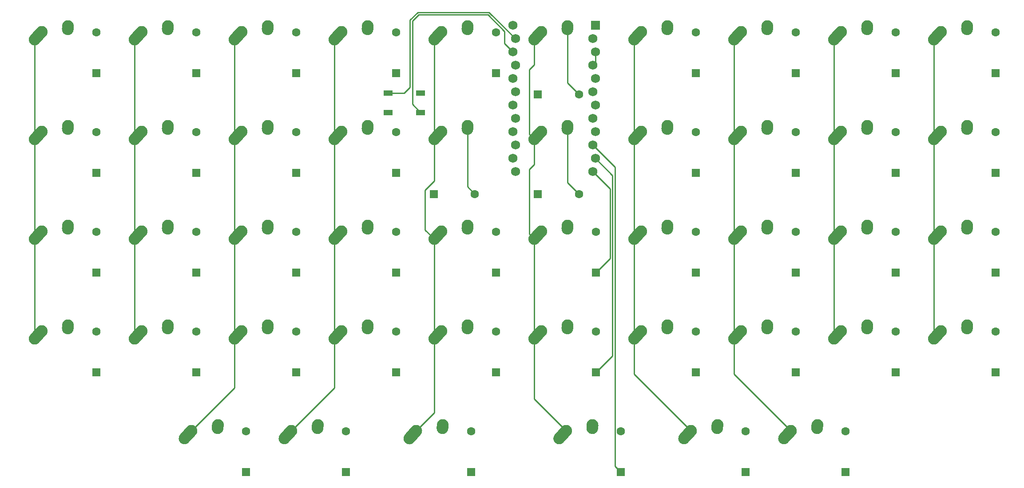
<source format=gtl>
G04 #@! TF.GenerationSoftware,KiCad,Pcbnew,(5.1.12)-1*
G04 #@! TF.CreationDate,2022-09-08T23:58:54-04:00*
G04 #@! TF.ProjectId,my-keeb-pro-micro,6d792d6b-6565-4622-9d70-726f2d6d6963,rev?*
G04 #@! TF.SameCoordinates,Original*
G04 #@! TF.FileFunction,Copper,L1,Top*
G04 #@! TF.FilePolarity,Positive*
%FSLAX46Y46*%
G04 Gerber Fmt 4.6, Leading zero omitted, Abs format (unit mm)*
G04 Created by KiCad (PCBNEW (5.1.12)-1) date 2022-09-08 23:58:54*
%MOMM*%
%LPD*%
G01*
G04 APERTURE LIST*
G04 #@! TA.AperFunction,ComponentPad*
%ADD10R,1.600000X1.600000*%
G04 #@! TD*
G04 #@! TA.AperFunction,ComponentPad*
%ADD11C,1.600000*%
G04 #@! TD*
G04 #@! TA.AperFunction,ComponentPad*
%ADD12C,2.250000*%
G04 #@! TD*
G04 #@! TA.AperFunction,ComponentPad*
%ADD13R,1.752600X1.752600*%
G04 #@! TD*
G04 #@! TA.AperFunction,ComponentPad*
%ADD14C,1.752600*%
G04 #@! TD*
G04 #@! TA.AperFunction,SMDPad,CuDef*
%ADD15R,1.800000X1.100000*%
G04 #@! TD*
G04 #@! TA.AperFunction,Conductor*
%ADD16C,0.254000*%
G04 #@! TD*
G04 APERTURE END LIST*
D10*
X201612500Y-83275000D03*
D11*
X201612500Y-75475000D03*
G04 #@! TA.AperFunction,ComponentPad*
G36*
G01*
X119898483Y-37897395D02*
X119897597Y-37897334D01*
G75*
G02*
X118852666Y-36697597I77403J1122334D01*
G01*
X118892666Y-36117597D01*
G75*
G02*
X120092403Y-35072666I1122334J-77403D01*
G01*
X120092403Y-35072666D01*
G75*
G02*
X121137334Y-36272403I-77403J-1122334D01*
G01*
X121097334Y-36852403D01*
G75*
G02*
X119897597Y-37897334I-1122334J77403D01*
G01*
G37*
G04 #@! TD.AperFunction*
D12*
X120015000Y-36195000D03*
G04 #@! TA.AperFunction,ComponentPad*
G36*
G01*
X112913688Y-39572350D02*
X112913683Y-39572345D01*
G75*
G02*
X112827655Y-37983683I751317J837345D01*
G01*
X114137657Y-36523683D01*
G75*
G02*
X115726319Y-36437655I837345J-751317D01*
G01*
X115726319Y-36437655D01*
G75*
G02*
X115812347Y-38026317I-751317J-837345D01*
G01*
X114502345Y-39486317D01*
G75*
G02*
X112913683Y-39572345I-837345J751317D01*
G01*
G37*
G04 #@! TD.AperFunction*
X114975000Y-37275000D03*
G04 #@! TA.AperFunction,ComponentPad*
G36*
G01*
X124660983Y-95047395D02*
X124660097Y-95047334D01*
G75*
G02*
X123615166Y-93847597I77403J1122334D01*
G01*
X123655166Y-93267597D01*
G75*
G02*
X124854903Y-92222666I1122334J-77403D01*
G01*
X124854903Y-92222666D01*
G75*
G02*
X125899834Y-93422403I-77403J-1122334D01*
G01*
X125859834Y-94002403D01*
G75*
G02*
X124660097Y-95047334I-1122334J77403D01*
G01*
G37*
G04 #@! TD.AperFunction*
X124777500Y-93345000D03*
G04 #@! TA.AperFunction,ComponentPad*
G36*
G01*
X117676188Y-96722350D02*
X117676183Y-96722345D01*
G75*
G02*
X117590155Y-95133683I751317J837345D01*
G01*
X118900157Y-93673683D01*
G75*
G02*
X120488819Y-93587655I837345J-751317D01*
G01*
X120488819Y-93587655D01*
G75*
G02*
X120574847Y-95176317I-751317J-837345D01*
G01*
X119264845Y-96636317D01*
G75*
G02*
X117676183Y-96722345I-837345J751317D01*
G01*
G37*
G04 #@! TD.AperFunction*
X119737500Y-94425000D03*
D13*
X125323600Y-16986250D03*
D14*
X124866400Y-19526250D03*
X125323600Y-22066250D03*
X124866400Y-24606250D03*
X125323600Y-27146250D03*
X124866400Y-29686250D03*
X125323600Y-32226250D03*
X124866400Y-34766250D03*
X125323600Y-37306250D03*
X124866400Y-39846250D03*
X125323600Y-42386250D03*
X110083600Y-44926250D03*
X109626400Y-42386250D03*
X110083600Y-39846250D03*
X109626400Y-37306250D03*
X110083600Y-34766250D03*
X109626400Y-32226250D03*
X110083600Y-29686250D03*
X109626400Y-27146250D03*
X110083600Y-24606250D03*
X109626400Y-22066250D03*
X110083600Y-19526250D03*
X124866400Y-44926250D03*
X109626400Y-16986250D03*
D15*
X92000000Y-33600000D03*
X85800000Y-29900000D03*
X92000000Y-29900000D03*
X85800000Y-33600000D03*
G04 #@! TA.AperFunction,ComponentPad*
G36*
G01*
X196098483Y-75997395D02*
X196097597Y-75997334D01*
G75*
G02*
X195052666Y-74797597I77403J1122334D01*
G01*
X195092666Y-74217597D01*
G75*
G02*
X196292403Y-73172666I1122334J-77403D01*
G01*
X196292403Y-73172666D01*
G75*
G02*
X197337334Y-74372403I-77403J-1122334D01*
G01*
X197297334Y-74952403D01*
G75*
G02*
X196097597Y-75997334I-1122334J77403D01*
G01*
G37*
G04 #@! TD.AperFunction*
D12*
X196215000Y-74295000D03*
G04 #@! TA.AperFunction,ComponentPad*
G36*
G01*
X189113688Y-77672350D02*
X189113683Y-77672345D01*
G75*
G02*
X189027655Y-76083683I751317J837345D01*
G01*
X190337657Y-74623683D01*
G75*
G02*
X191926319Y-74537655I837345J-751317D01*
G01*
X191926319Y-74537655D01*
G75*
G02*
X192012347Y-76126317I-751317J-837345D01*
G01*
X190702345Y-77586317D01*
G75*
G02*
X189113683Y-77672345I-837345J751317D01*
G01*
G37*
G04 #@! TD.AperFunction*
X191175000Y-75375000D03*
G04 #@! TA.AperFunction,ComponentPad*
G36*
G01*
X196098483Y-56947395D02*
X196097597Y-56947334D01*
G75*
G02*
X195052666Y-55747597I77403J1122334D01*
G01*
X195092666Y-55167597D01*
G75*
G02*
X196292403Y-54122666I1122334J-77403D01*
G01*
X196292403Y-54122666D01*
G75*
G02*
X197337334Y-55322403I-77403J-1122334D01*
G01*
X197297334Y-55902403D01*
G75*
G02*
X196097597Y-56947334I-1122334J77403D01*
G01*
G37*
G04 #@! TD.AperFunction*
X196215000Y-55245000D03*
G04 #@! TA.AperFunction,ComponentPad*
G36*
G01*
X189113688Y-58622350D02*
X189113683Y-58622345D01*
G75*
G02*
X189027655Y-57033683I751317J837345D01*
G01*
X190337657Y-55573683D01*
G75*
G02*
X191926319Y-55487655I837345J-751317D01*
G01*
X191926319Y-55487655D01*
G75*
G02*
X192012347Y-57076317I-751317J-837345D01*
G01*
X190702345Y-58536317D01*
G75*
G02*
X189113683Y-58622345I-837345J751317D01*
G01*
G37*
G04 #@! TD.AperFunction*
X191175000Y-56325000D03*
G04 #@! TA.AperFunction,ComponentPad*
G36*
G01*
X196098483Y-37897395D02*
X196097597Y-37897334D01*
G75*
G02*
X195052666Y-36697597I77403J1122334D01*
G01*
X195092666Y-36117597D01*
G75*
G02*
X196292403Y-35072666I1122334J-77403D01*
G01*
X196292403Y-35072666D01*
G75*
G02*
X197337334Y-36272403I-77403J-1122334D01*
G01*
X197297334Y-36852403D01*
G75*
G02*
X196097597Y-37897334I-1122334J77403D01*
G01*
G37*
G04 #@! TD.AperFunction*
X196215000Y-36195000D03*
G04 #@! TA.AperFunction,ComponentPad*
G36*
G01*
X189113688Y-39572350D02*
X189113683Y-39572345D01*
G75*
G02*
X189027655Y-37983683I751317J837345D01*
G01*
X190337657Y-36523683D01*
G75*
G02*
X191926319Y-36437655I837345J-751317D01*
G01*
X191926319Y-36437655D01*
G75*
G02*
X192012347Y-38026317I-751317J-837345D01*
G01*
X190702345Y-39486317D01*
G75*
G02*
X189113683Y-39572345I-837345J751317D01*
G01*
G37*
G04 #@! TD.AperFunction*
X191175000Y-37275000D03*
G04 #@! TA.AperFunction,ComponentPad*
G36*
G01*
X196098483Y-18847395D02*
X196097597Y-18847334D01*
G75*
G02*
X195052666Y-17647597I77403J1122334D01*
G01*
X195092666Y-17067597D01*
G75*
G02*
X196292403Y-16022666I1122334J-77403D01*
G01*
X196292403Y-16022666D01*
G75*
G02*
X197337334Y-17222403I-77403J-1122334D01*
G01*
X197297334Y-17802403D01*
G75*
G02*
X196097597Y-18847334I-1122334J77403D01*
G01*
G37*
G04 #@! TD.AperFunction*
X196215000Y-17145000D03*
G04 #@! TA.AperFunction,ComponentPad*
G36*
G01*
X189113688Y-20522350D02*
X189113683Y-20522345D01*
G75*
G02*
X189027655Y-18933683I751317J837345D01*
G01*
X190337657Y-17473683D01*
G75*
G02*
X191926319Y-17387655I837345J-751317D01*
G01*
X191926319Y-17387655D01*
G75*
G02*
X192012347Y-18976317I-751317J-837345D01*
G01*
X190702345Y-20436317D01*
G75*
G02*
X189113683Y-20522345I-837345J751317D01*
G01*
G37*
G04 #@! TD.AperFunction*
X191175000Y-18225000D03*
G04 #@! TA.AperFunction,ComponentPad*
G36*
G01*
X177048483Y-75997395D02*
X177047597Y-75997334D01*
G75*
G02*
X176002666Y-74797597I77403J1122334D01*
G01*
X176042666Y-74217597D01*
G75*
G02*
X177242403Y-73172666I1122334J-77403D01*
G01*
X177242403Y-73172666D01*
G75*
G02*
X178287334Y-74372403I-77403J-1122334D01*
G01*
X178247334Y-74952403D01*
G75*
G02*
X177047597Y-75997334I-1122334J77403D01*
G01*
G37*
G04 #@! TD.AperFunction*
X177165000Y-74295000D03*
G04 #@! TA.AperFunction,ComponentPad*
G36*
G01*
X170063688Y-77672350D02*
X170063683Y-77672345D01*
G75*
G02*
X169977655Y-76083683I751317J837345D01*
G01*
X171287657Y-74623683D01*
G75*
G02*
X172876319Y-74537655I837345J-751317D01*
G01*
X172876319Y-74537655D01*
G75*
G02*
X172962347Y-76126317I-751317J-837345D01*
G01*
X171652345Y-77586317D01*
G75*
G02*
X170063683Y-77672345I-837345J751317D01*
G01*
G37*
G04 #@! TD.AperFunction*
X172125000Y-75375000D03*
G04 #@! TA.AperFunction,ComponentPad*
G36*
G01*
X177048483Y-56947395D02*
X177047597Y-56947334D01*
G75*
G02*
X176002666Y-55747597I77403J1122334D01*
G01*
X176042666Y-55167597D01*
G75*
G02*
X177242403Y-54122666I1122334J-77403D01*
G01*
X177242403Y-54122666D01*
G75*
G02*
X178287334Y-55322403I-77403J-1122334D01*
G01*
X178247334Y-55902403D01*
G75*
G02*
X177047597Y-56947334I-1122334J77403D01*
G01*
G37*
G04 #@! TD.AperFunction*
X177165000Y-55245000D03*
G04 #@! TA.AperFunction,ComponentPad*
G36*
G01*
X170063688Y-58622350D02*
X170063683Y-58622345D01*
G75*
G02*
X169977655Y-57033683I751317J837345D01*
G01*
X171287657Y-55573683D01*
G75*
G02*
X172876319Y-55487655I837345J-751317D01*
G01*
X172876319Y-55487655D01*
G75*
G02*
X172962347Y-57076317I-751317J-837345D01*
G01*
X171652345Y-58536317D01*
G75*
G02*
X170063683Y-58622345I-837345J751317D01*
G01*
G37*
G04 #@! TD.AperFunction*
X172125000Y-56325000D03*
G04 #@! TA.AperFunction,ComponentPad*
G36*
G01*
X177048483Y-37897395D02*
X177047597Y-37897334D01*
G75*
G02*
X176002666Y-36697597I77403J1122334D01*
G01*
X176042666Y-36117597D01*
G75*
G02*
X177242403Y-35072666I1122334J-77403D01*
G01*
X177242403Y-35072666D01*
G75*
G02*
X178287334Y-36272403I-77403J-1122334D01*
G01*
X178247334Y-36852403D01*
G75*
G02*
X177047597Y-37897334I-1122334J77403D01*
G01*
G37*
G04 #@! TD.AperFunction*
X177165000Y-36195000D03*
G04 #@! TA.AperFunction,ComponentPad*
G36*
G01*
X170063688Y-39572350D02*
X170063683Y-39572345D01*
G75*
G02*
X169977655Y-37983683I751317J837345D01*
G01*
X171287657Y-36523683D01*
G75*
G02*
X172876319Y-36437655I837345J-751317D01*
G01*
X172876319Y-36437655D01*
G75*
G02*
X172962347Y-38026317I-751317J-837345D01*
G01*
X171652345Y-39486317D01*
G75*
G02*
X170063683Y-39572345I-837345J751317D01*
G01*
G37*
G04 #@! TD.AperFunction*
X172125000Y-37275000D03*
G04 #@! TA.AperFunction,ComponentPad*
G36*
G01*
X177048483Y-18847395D02*
X177047597Y-18847334D01*
G75*
G02*
X176002666Y-17647597I77403J1122334D01*
G01*
X176042666Y-17067597D01*
G75*
G02*
X177242403Y-16022666I1122334J-77403D01*
G01*
X177242403Y-16022666D01*
G75*
G02*
X178287334Y-17222403I-77403J-1122334D01*
G01*
X178247334Y-17802403D01*
G75*
G02*
X177047597Y-18847334I-1122334J77403D01*
G01*
G37*
G04 #@! TD.AperFunction*
X177165000Y-17145000D03*
G04 #@! TA.AperFunction,ComponentPad*
G36*
G01*
X170063688Y-20522350D02*
X170063683Y-20522345D01*
G75*
G02*
X169977655Y-18933683I751317J837345D01*
G01*
X171287657Y-17473683D01*
G75*
G02*
X172876319Y-17387655I837345J-751317D01*
G01*
X172876319Y-17387655D01*
G75*
G02*
X172962347Y-18976317I-751317J-837345D01*
G01*
X171652345Y-20436317D01*
G75*
G02*
X170063683Y-20522345I-837345J751317D01*
G01*
G37*
G04 #@! TD.AperFunction*
X172125000Y-18225000D03*
G04 #@! TA.AperFunction,ComponentPad*
G36*
G01*
X167523483Y-95047395D02*
X167522597Y-95047334D01*
G75*
G02*
X166477666Y-93847597I77403J1122334D01*
G01*
X166517666Y-93267597D01*
G75*
G02*
X167717403Y-92222666I1122334J-77403D01*
G01*
X167717403Y-92222666D01*
G75*
G02*
X168762334Y-93422403I-77403J-1122334D01*
G01*
X168722334Y-94002403D01*
G75*
G02*
X167522597Y-95047334I-1122334J77403D01*
G01*
G37*
G04 #@! TD.AperFunction*
X167640000Y-93345000D03*
G04 #@! TA.AperFunction,ComponentPad*
G36*
G01*
X160538688Y-96722350D02*
X160538683Y-96722345D01*
G75*
G02*
X160452655Y-95133683I751317J837345D01*
G01*
X161762657Y-93673683D01*
G75*
G02*
X163351319Y-93587655I837345J-751317D01*
G01*
X163351319Y-93587655D01*
G75*
G02*
X163437347Y-95176317I-751317J-837345D01*
G01*
X162127345Y-96636317D01*
G75*
G02*
X160538683Y-96722345I-837345J751317D01*
G01*
G37*
G04 #@! TD.AperFunction*
X162600000Y-94425000D03*
G04 #@! TA.AperFunction,ComponentPad*
G36*
G01*
X157998483Y-75997395D02*
X157997597Y-75997334D01*
G75*
G02*
X156952666Y-74797597I77403J1122334D01*
G01*
X156992666Y-74217597D01*
G75*
G02*
X158192403Y-73172666I1122334J-77403D01*
G01*
X158192403Y-73172666D01*
G75*
G02*
X159237334Y-74372403I-77403J-1122334D01*
G01*
X159197334Y-74952403D01*
G75*
G02*
X157997597Y-75997334I-1122334J77403D01*
G01*
G37*
G04 #@! TD.AperFunction*
X158115000Y-74295000D03*
G04 #@! TA.AperFunction,ComponentPad*
G36*
G01*
X151013688Y-77672350D02*
X151013683Y-77672345D01*
G75*
G02*
X150927655Y-76083683I751317J837345D01*
G01*
X152237657Y-74623683D01*
G75*
G02*
X153826319Y-74537655I837345J-751317D01*
G01*
X153826319Y-74537655D01*
G75*
G02*
X153912347Y-76126317I-751317J-837345D01*
G01*
X152602345Y-77586317D01*
G75*
G02*
X151013683Y-77672345I-837345J751317D01*
G01*
G37*
G04 #@! TD.AperFunction*
X153075000Y-75375000D03*
G04 #@! TA.AperFunction,ComponentPad*
G36*
G01*
X157998483Y-56947395D02*
X157997597Y-56947334D01*
G75*
G02*
X156952666Y-55747597I77403J1122334D01*
G01*
X156992666Y-55167597D01*
G75*
G02*
X158192403Y-54122666I1122334J-77403D01*
G01*
X158192403Y-54122666D01*
G75*
G02*
X159237334Y-55322403I-77403J-1122334D01*
G01*
X159197334Y-55902403D01*
G75*
G02*
X157997597Y-56947334I-1122334J77403D01*
G01*
G37*
G04 #@! TD.AperFunction*
X158115000Y-55245000D03*
G04 #@! TA.AperFunction,ComponentPad*
G36*
G01*
X151013688Y-58622350D02*
X151013683Y-58622345D01*
G75*
G02*
X150927655Y-57033683I751317J837345D01*
G01*
X152237657Y-55573683D01*
G75*
G02*
X153826319Y-55487655I837345J-751317D01*
G01*
X153826319Y-55487655D01*
G75*
G02*
X153912347Y-57076317I-751317J-837345D01*
G01*
X152602345Y-58536317D01*
G75*
G02*
X151013683Y-58622345I-837345J751317D01*
G01*
G37*
G04 #@! TD.AperFunction*
X153075000Y-56325000D03*
G04 #@! TA.AperFunction,ComponentPad*
G36*
G01*
X157998483Y-37897395D02*
X157997597Y-37897334D01*
G75*
G02*
X156952666Y-36697597I77403J1122334D01*
G01*
X156992666Y-36117597D01*
G75*
G02*
X158192403Y-35072666I1122334J-77403D01*
G01*
X158192403Y-35072666D01*
G75*
G02*
X159237334Y-36272403I-77403J-1122334D01*
G01*
X159197334Y-36852403D01*
G75*
G02*
X157997597Y-37897334I-1122334J77403D01*
G01*
G37*
G04 #@! TD.AperFunction*
X158115000Y-36195000D03*
G04 #@! TA.AperFunction,ComponentPad*
G36*
G01*
X151013688Y-39572350D02*
X151013683Y-39572345D01*
G75*
G02*
X150927655Y-37983683I751317J837345D01*
G01*
X152237657Y-36523683D01*
G75*
G02*
X153826319Y-36437655I837345J-751317D01*
G01*
X153826319Y-36437655D01*
G75*
G02*
X153912347Y-38026317I-751317J-837345D01*
G01*
X152602345Y-39486317D01*
G75*
G02*
X151013683Y-39572345I-837345J751317D01*
G01*
G37*
G04 #@! TD.AperFunction*
X153075000Y-37275000D03*
G04 #@! TA.AperFunction,ComponentPad*
G36*
G01*
X157998483Y-18847395D02*
X157997597Y-18847334D01*
G75*
G02*
X156952666Y-17647597I77403J1122334D01*
G01*
X156992666Y-17067597D01*
G75*
G02*
X158192403Y-16022666I1122334J-77403D01*
G01*
X158192403Y-16022666D01*
G75*
G02*
X159237334Y-17222403I-77403J-1122334D01*
G01*
X159197334Y-17802403D01*
G75*
G02*
X157997597Y-18847334I-1122334J77403D01*
G01*
G37*
G04 #@! TD.AperFunction*
X158115000Y-17145000D03*
G04 #@! TA.AperFunction,ComponentPad*
G36*
G01*
X151013688Y-20522350D02*
X151013683Y-20522345D01*
G75*
G02*
X150927655Y-18933683I751317J837345D01*
G01*
X152237657Y-17473683D01*
G75*
G02*
X153826319Y-17387655I837345J-751317D01*
G01*
X153826319Y-17387655D01*
G75*
G02*
X153912347Y-18976317I-751317J-837345D01*
G01*
X152602345Y-20436317D01*
G75*
G02*
X151013683Y-20522345I-837345J751317D01*
G01*
G37*
G04 #@! TD.AperFunction*
X153075000Y-18225000D03*
G04 #@! TA.AperFunction,ComponentPad*
G36*
G01*
X148473483Y-95047395D02*
X148472597Y-95047334D01*
G75*
G02*
X147427666Y-93847597I77403J1122334D01*
G01*
X147467666Y-93267597D01*
G75*
G02*
X148667403Y-92222666I1122334J-77403D01*
G01*
X148667403Y-92222666D01*
G75*
G02*
X149712334Y-93422403I-77403J-1122334D01*
G01*
X149672334Y-94002403D01*
G75*
G02*
X148472597Y-95047334I-1122334J77403D01*
G01*
G37*
G04 #@! TD.AperFunction*
X148590000Y-93345000D03*
G04 #@! TA.AperFunction,ComponentPad*
G36*
G01*
X141488688Y-96722350D02*
X141488683Y-96722345D01*
G75*
G02*
X141402655Y-95133683I751317J837345D01*
G01*
X142712657Y-93673683D01*
G75*
G02*
X144301319Y-93587655I837345J-751317D01*
G01*
X144301319Y-93587655D01*
G75*
G02*
X144387347Y-95176317I-751317J-837345D01*
G01*
X143077345Y-96636317D01*
G75*
G02*
X141488683Y-96722345I-837345J751317D01*
G01*
G37*
G04 #@! TD.AperFunction*
X143550000Y-94425000D03*
G04 #@! TA.AperFunction,ComponentPad*
G36*
G01*
X138948483Y-75997395D02*
X138947597Y-75997334D01*
G75*
G02*
X137902666Y-74797597I77403J1122334D01*
G01*
X137942666Y-74217597D01*
G75*
G02*
X139142403Y-73172666I1122334J-77403D01*
G01*
X139142403Y-73172666D01*
G75*
G02*
X140187334Y-74372403I-77403J-1122334D01*
G01*
X140147334Y-74952403D01*
G75*
G02*
X138947597Y-75997334I-1122334J77403D01*
G01*
G37*
G04 #@! TD.AperFunction*
X139065000Y-74295000D03*
G04 #@! TA.AperFunction,ComponentPad*
G36*
G01*
X131963688Y-77672350D02*
X131963683Y-77672345D01*
G75*
G02*
X131877655Y-76083683I751317J837345D01*
G01*
X133187657Y-74623683D01*
G75*
G02*
X134776319Y-74537655I837345J-751317D01*
G01*
X134776319Y-74537655D01*
G75*
G02*
X134862347Y-76126317I-751317J-837345D01*
G01*
X133552345Y-77586317D01*
G75*
G02*
X131963683Y-77672345I-837345J751317D01*
G01*
G37*
G04 #@! TD.AperFunction*
X134025000Y-75375000D03*
G04 #@! TA.AperFunction,ComponentPad*
G36*
G01*
X138948483Y-56947395D02*
X138947597Y-56947334D01*
G75*
G02*
X137902666Y-55747597I77403J1122334D01*
G01*
X137942666Y-55167597D01*
G75*
G02*
X139142403Y-54122666I1122334J-77403D01*
G01*
X139142403Y-54122666D01*
G75*
G02*
X140187334Y-55322403I-77403J-1122334D01*
G01*
X140147334Y-55902403D01*
G75*
G02*
X138947597Y-56947334I-1122334J77403D01*
G01*
G37*
G04 #@! TD.AperFunction*
X139065000Y-55245000D03*
G04 #@! TA.AperFunction,ComponentPad*
G36*
G01*
X131963688Y-58622350D02*
X131963683Y-58622345D01*
G75*
G02*
X131877655Y-57033683I751317J837345D01*
G01*
X133187657Y-55573683D01*
G75*
G02*
X134776319Y-55487655I837345J-751317D01*
G01*
X134776319Y-55487655D01*
G75*
G02*
X134862347Y-57076317I-751317J-837345D01*
G01*
X133552345Y-58536317D01*
G75*
G02*
X131963683Y-58622345I-837345J751317D01*
G01*
G37*
G04 #@! TD.AperFunction*
X134025000Y-56325000D03*
G04 #@! TA.AperFunction,ComponentPad*
G36*
G01*
X138948483Y-37897395D02*
X138947597Y-37897334D01*
G75*
G02*
X137902666Y-36697597I77403J1122334D01*
G01*
X137942666Y-36117597D01*
G75*
G02*
X139142403Y-35072666I1122334J-77403D01*
G01*
X139142403Y-35072666D01*
G75*
G02*
X140187334Y-36272403I-77403J-1122334D01*
G01*
X140147334Y-36852403D01*
G75*
G02*
X138947597Y-37897334I-1122334J77403D01*
G01*
G37*
G04 #@! TD.AperFunction*
X139065000Y-36195000D03*
G04 #@! TA.AperFunction,ComponentPad*
G36*
G01*
X131963688Y-39572350D02*
X131963683Y-39572345D01*
G75*
G02*
X131877655Y-37983683I751317J837345D01*
G01*
X133187657Y-36523683D01*
G75*
G02*
X134776319Y-36437655I837345J-751317D01*
G01*
X134776319Y-36437655D01*
G75*
G02*
X134862347Y-38026317I-751317J-837345D01*
G01*
X133552345Y-39486317D01*
G75*
G02*
X131963683Y-39572345I-837345J751317D01*
G01*
G37*
G04 #@! TD.AperFunction*
X134025000Y-37275000D03*
G04 #@! TA.AperFunction,ComponentPad*
G36*
G01*
X138948483Y-18847395D02*
X138947597Y-18847334D01*
G75*
G02*
X137902666Y-17647597I77403J1122334D01*
G01*
X137942666Y-17067597D01*
G75*
G02*
X139142403Y-16022666I1122334J-77403D01*
G01*
X139142403Y-16022666D01*
G75*
G02*
X140187334Y-17222403I-77403J-1122334D01*
G01*
X140147334Y-17802403D01*
G75*
G02*
X138947597Y-18847334I-1122334J77403D01*
G01*
G37*
G04 #@! TD.AperFunction*
X139065000Y-17145000D03*
G04 #@! TA.AperFunction,ComponentPad*
G36*
G01*
X131963688Y-20522350D02*
X131963683Y-20522345D01*
G75*
G02*
X131877655Y-18933683I751317J837345D01*
G01*
X133187657Y-17473683D01*
G75*
G02*
X134776319Y-17387655I837345J-751317D01*
G01*
X134776319Y-17387655D01*
G75*
G02*
X134862347Y-18976317I-751317J-837345D01*
G01*
X133552345Y-20436317D01*
G75*
G02*
X131963683Y-20522345I-837345J751317D01*
G01*
G37*
G04 #@! TD.AperFunction*
X134025000Y-18225000D03*
G04 #@! TA.AperFunction,ComponentPad*
G36*
G01*
X119898483Y-75997395D02*
X119897597Y-75997334D01*
G75*
G02*
X118852666Y-74797597I77403J1122334D01*
G01*
X118892666Y-74217597D01*
G75*
G02*
X120092403Y-73172666I1122334J-77403D01*
G01*
X120092403Y-73172666D01*
G75*
G02*
X121137334Y-74372403I-77403J-1122334D01*
G01*
X121097334Y-74952403D01*
G75*
G02*
X119897597Y-75997334I-1122334J77403D01*
G01*
G37*
G04 #@! TD.AperFunction*
X120015000Y-74295000D03*
G04 #@! TA.AperFunction,ComponentPad*
G36*
G01*
X112913688Y-77672350D02*
X112913683Y-77672345D01*
G75*
G02*
X112827655Y-76083683I751317J837345D01*
G01*
X114137657Y-74623683D01*
G75*
G02*
X115726319Y-74537655I837345J-751317D01*
G01*
X115726319Y-74537655D01*
G75*
G02*
X115812347Y-76126317I-751317J-837345D01*
G01*
X114502345Y-77586317D01*
G75*
G02*
X112913683Y-77672345I-837345J751317D01*
G01*
G37*
G04 #@! TD.AperFunction*
X114975000Y-75375000D03*
G04 #@! TA.AperFunction,ComponentPad*
G36*
G01*
X119898483Y-56947395D02*
X119897597Y-56947334D01*
G75*
G02*
X118852666Y-55747597I77403J1122334D01*
G01*
X118892666Y-55167597D01*
G75*
G02*
X120092403Y-54122666I1122334J-77403D01*
G01*
X120092403Y-54122666D01*
G75*
G02*
X121137334Y-55322403I-77403J-1122334D01*
G01*
X121097334Y-55902403D01*
G75*
G02*
X119897597Y-56947334I-1122334J77403D01*
G01*
G37*
G04 #@! TD.AperFunction*
X120015000Y-55245000D03*
G04 #@! TA.AperFunction,ComponentPad*
G36*
G01*
X112913688Y-58622350D02*
X112913683Y-58622345D01*
G75*
G02*
X112827655Y-57033683I751317J837345D01*
G01*
X114137657Y-55573683D01*
G75*
G02*
X115726319Y-55487655I837345J-751317D01*
G01*
X115726319Y-55487655D01*
G75*
G02*
X115812347Y-57076317I-751317J-837345D01*
G01*
X114502345Y-58536317D01*
G75*
G02*
X112913683Y-58622345I-837345J751317D01*
G01*
G37*
G04 #@! TD.AperFunction*
X114975000Y-56325000D03*
G04 #@! TA.AperFunction,ComponentPad*
G36*
G01*
X119898483Y-18847395D02*
X119897597Y-18847334D01*
G75*
G02*
X118852666Y-17647597I77403J1122334D01*
G01*
X118892666Y-17067597D01*
G75*
G02*
X120092403Y-16022666I1122334J-77403D01*
G01*
X120092403Y-16022666D01*
G75*
G02*
X121137334Y-17222403I-77403J-1122334D01*
G01*
X121097334Y-17802403D01*
G75*
G02*
X119897597Y-18847334I-1122334J77403D01*
G01*
G37*
G04 #@! TD.AperFunction*
X120015000Y-17145000D03*
G04 #@! TA.AperFunction,ComponentPad*
G36*
G01*
X112913688Y-20522350D02*
X112913683Y-20522345D01*
G75*
G02*
X112827655Y-18933683I751317J837345D01*
G01*
X114137657Y-17473683D01*
G75*
G02*
X115726319Y-17387655I837345J-751317D01*
G01*
X115726319Y-17387655D01*
G75*
G02*
X115812347Y-18976317I-751317J-837345D01*
G01*
X114502345Y-20436317D01*
G75*
G02*
X112913683Y-20522345I-837345J751317D01*
G01*
G37*
G04 #@! TD.AperFunction*
X114975000Y-18225000D03*
G04 #@! TA.AperFunction,ComponentPad*
G36*
G01*
X96085983Y-95047395D02*
X96085097Y-95047334D01*
G75*
G02*
X95040166Y-93847597I77403J1122334D01*
G01*
X95080166Y-93267597D01*
G75*
G02*
X96279903Y-92222666I1122334J-77403D01*
G01*
X96279903Y-92222666D01*
G75*
G02*
X97324834Y-93422403I-77403J-1122334D01*
G01*
X97284834Y-94002403D01*
G75*
G02*
X96085097Y-95047334I-1122334J77403D01*
G01*
G37*
G04 #@! TD.AperFunction*
X96202500Y-93345000D03*
G04 #@! TA.AperFunction,ComponentPad*
G36*
G01*
X89101188Y-96722350D02*
X89101183Y-96722345D01*
G75*
G02*
X89015155Y-95133683I751317J837345D01*
G01*
X90325157Y-93673683D01*
G75*
G02*
X91913819Y-93587655I837345J-751317D01*
G01*
X91913819Y-93587655D01*
G75*
G02*
X91999847Y-95176317I-751317J-837345D01*
G01*
X90689845Y-96636317D01*
G75*
G02*
X89101183Y-96722345I-837345J751317D01*
G01*
G37*
G04 #@! TD.AperFunction*
X91162500Y-94425000D03*
G04 #@! TA.AperFunction,ComponentPad*
G36*
G01*
X100848483Y-75997395D02*
X100847597Y-75997334D01*
G75*
G02*
X99802666Y-74797597I77403J1122334D01*
G01*
X99842666Y-74217597D01*
G75*
G02*
X101042403Y-73172666I1122334J-77403D01*
G01*
X101042403Y-73172666D01*
G75*
G02*
X102087334Y-74372403I-77403J-1122334D01*
G01*
X102047334Y-74952403D01*
G75*
G02*
X100847597Y-75997334I-1122334J77403D01*
G01*
G37*
G04 #@! TD.AperFunction*
X100965000Y-74295000D03*
G04 #@! TA.AperFunction,ComponentPad*
G36*
G01*
X93863688Y-77672350D02*
X93863683Y-77672345D01*
G75*
G02*
X93777655Y-76083683I751317J837345D01*
G01*
X95087657Y-74623683D01*
G75*
G02*
X96676319Y-74537655I837345J-751317D01*
G01*
X96676319Y-74537655D01*
G75*
G02*
X96762347Y-76126317I-751317J-837345D01*
G01*
X95452345Y-77586317D01*
G75*
G02*
X93863683Y-77672345I-837345J751317D01*
G01*
G37*
G04 #@! TD.AperFunction*
X95925000Y-75375000D03*
G04 #@! TA.AperFunction,ComponentPad*
G36*
G01*
X100848483Y-56947395D02*
X100847597Y-56947334D01*
G75*
G02*
X99802666Y-55747597I77403J1122334D01*
G01*
X99842666Y-55167597D01*
G75*
G02*
X101042403Y-54122666I1122334J-77403D01*
G01*
X101042403Y-54122666D01*
G75*
G02*
X102087334Y-55322403I-77403J-1122334D01*
G01*
X102047334Y-55902403D01*
G75*
G02*
X100847597Y-56947334I-1122334J77403D01*
G01*
G37*
G04 #@! TD.AperFunction*
X100965000Y-55245000D03*
G04 #@! TA.AperFunction,ComponentPad*
G36*
G01*
X93863688Y-58622350D02*
X93863683Y-58622345D01*
G75*
G02*
X93777655Y-57033683I751317J837345D01*
G01*
X95087657Y-55573683D01*
G75*
G02*
X96676319Y-55487655I837345J-751317D01*
G01*
X96676319Y-55487655D01*
G75*
G02*
X96762347Y-57076317I-751317J-837345D01*
G01*
X95452345Y-58536317D01*
G75*
G02*
X93863683Y-58622345I-837345J751317D01*
G01*
G37*
G04 #@! TD.AperFunction*
X95925000Y-56325000D03*
G04 #@! TA.AperFunction,ComponentPad*
G36*
G01*
X100848483Y-37897395D02*
X100847597Y-37897334D01*
G75*
G02*
X99802666Y-36697597I77403J1122334D01*
G01*
X99842666Y-36117597D01*
G75*
G02*
X101042403Y-35072666I1122334J-77403D01*
G01*
X101042403Y-35072666D01*
G75*
G02*
X102087334Y-36272403I-77403J-1122334D01*
G01*
X102047334Y-36852403D01*
G75*
G02*
X100847597Y-37897334I-1122334J77403D01*
G01*
G37*
G04 #@! TD.AperFunction*
X100965000Y-36195000D03*
G04 #@! TA.AperFunction,ComponentPad*
G36*
G01*
X93863688Y-39572350D02*
X93863683Y-39572345D01*
G75*
G02*
X93777655Y-37983683I751317J837345D01*
G01*
X95087657Y-36523683D01*
G75*
G02*
X96676319Y-36437655I837345J-751317D01*
G01*
X96676319Y-36437655D01*
G75*
G02*
X96762347Y-38026317I-751317J-837345D01*
G01*
X95452345Y-39486317D01*
G75*
G02*
X93863683Y-39572345I-837345J751317D01*
G01*
G37*
G04 #@! TD.AperFunction*
X95925000Y-37275000D03*
G04 #@! TA.AperFunction,ComponentPad*
G36*
G01*
X100848483Y-18847395D02*
X100847597Y-18847334D01*
G75*
G02*
X99802666Y-17647597I77403J1122334D01*
G01*
X99842666Y-17067597D01*
G75*
G02*
X101042403Y-16022666I1122334J-77403D01*
G01*
X101042403Y-16022666D01*
G75*
G02*
X102087334Y-17222403I-77403J-1122334D01*
G01*
X102047334Y-17802403D01*
G75*
G02*
X100847597Y-18847334I-1122334J77403D01*
G01*
G37*
G04 #@! TD.AperFunction*
X100965000Y-17145000D03*
G04 #@! TA.AperFunction,ComponentPad*
G36*
G01*
X93863688Y-20522350D02*
X93863683Y-20522345D01*
G75*
G02*
X93777655Y-18933683I751317J837345D01*
G01*
X95087657Y-17473683D01*
G75*
G02*
X96676319Y-17387655I837345J-751317D01*
G01*
X96676319Y-17387655D01*
G75*
G02*
X96762347Y-18976317I-751317J-837345D01*
G01*
X95452345Y-20436317D01*
G75*
G02*
X93863683Y-20522345I-837345J751317D01*
G01*
G37*
G04 #@! TD.AperFunction*
X95925000Y-18225000D03*
G04 #@! TA.AperFunction,ComponentPad*
G36*
G01*
X72273483Y-95047395D02*
X72272597Y-95047334D01*
G75*
G02*
X71227666Y-93847597I77403J1122334D01*
G01*
X71267666Y-93267597D01*
G75*
G02*
X72467403Y-92222666I1122334J-77403D01*
G01*
X72467403Y-92222666D01*
G75*
G02*
X73512334Y-93422403I-77403J-1122334D01*
G01*
X73472334Y-94002403D01*
G75*
G02*
X72272597Y-95047334I-1122334J77403D01*
G01*
G37*
G04 #@! TD.AperFunction*
X72390000Y-93345000D03*
G04 #@! TA.AperFunction,ComponentPad*
G36*
G01*
X65288688Y-96722350D02*
X65288683Y-96722345D01*
G75*
G02*
X65202655Y-95133683I751317J837345D01*
G01*
X66512657Y-93673683D01*
G75*
G02*
X68101319Y-93587655I837345J-751317D01*
G01*
X68101319Y-93587655D01*
G75*
G02*
X68187347Y-95176317I-751317J-837345D01*
G01*
X66877345Y-96636317D01*
G75*
G02*
X65288683Y-96722345I-837345J751317D01*
G01*
G37*
G04 #@! TD.AperFunction*
X67350000Y-94425000D03*
G04 #@! TA.AperFunction,ComponentPad*
G36*
G01*
X81798483Y-75997395D02*
X81797597Y-75997334D01*
G75*
G02*
X80752666Y-74797597I77403J1122334D01*
G01*
X80792666Y-74217597D01*
G75*
G02*
X81992403Y-73172666I1122334J-77403D01*
G01*
X81992403Y-73172666D01*
G75*
G02*
X83037334Y-74372403I-77403J-1122334D01*
G01*
X82997334Y-74952403D01*
G75*
G02*
X81797597Y-75997334I-1122334J77403D01*
G01*
G37*
G04 #@! TD.AperFunction*
X81915000Y-74295000D03*
G04 #@! TA.AperFunction,ComponentPad*
G36*
G01*
X74813688Y-77672350D02*
X74813683Y-77672345D01*
G75*
G02*
X74727655Y-76083683I751317J837345D01*
G01*
X76037657Y-74623683D01*
G75*
G02*
X77626319Y-74537655I837345J-751317D01*
G01*
X77626319Y-74537655D01*
G75*
G02*
X77712347Y-76126317I-751317J-837345D01*
G01*
X76402345Y-77586317D01*
G75*
G02*
X74813683Y-77672345I-837345J751317D01*
G01*
G37*
G04 #@! TD.AperFunction*
X76875000Y-75375000D03*
G04 #@! TA.AperFunction,ComponentPad*
G36*
G01*
X81798483Y-56947395D02*
X81797597Y-56947334D01*
G75*
G02*
X80752666Y-55747597I77403J1122334D01*
G01*
X80792666Y-55167597D01*
G75*
G02*
X81992403Y-54122666I1122334J-77403D01*
G01*
X81992403Y-54122666D01*
G75*
G02*
X83037334Y-55322403I-77403J-1122334D01*
G01*
X82997334Y-55902403D01*
G75*
G02*
X81797597Y-56947334I-1122334J77403D01*
G01*
G37*
G04 #@! TD.AperFunction*
X81915000Y-55245000D03*
G04 #@! TA.AperFunction,ComponentPad*
G36*
G01*
X74813688Y-58622350D02*
X74813683Y-58622345D01*
G75*
G02*
X74727655Y-57033683I751317J837345D01*
G01*
X76037657Y-55573683D01*
G75*
G02*
X77626319Y-55487655I837345J-751317D01*
G01*
X77626319Y-55487655D01*
G75*
G02*
X77712347Y-57076317I-751317J-837345D01*
G01*
X76402345Y-58536317D01*
G75*
G02*
X74813683Y-58622345I-837345J751317D01*
G01*
G37*
G04 #@! TD.AperFunction*
X76875000Y-56325000D03*
G04 #@! TA.AperFunction,ComponentPad*
G36*
G01*
X81798483Y-37897395D02*
X81797597Y-37897334D01*
G75*
G02*
X80752666Y-36697597I77403J1122334D01*
G01*
X80792666Y-36117597D01*
G75*
G02*
X81992403Y-35072666I1122334J-77403D01*
G01*
X81992403Y-35072666D01*
G75*
G02*
X83037334Y-36272403I-77403J-1122334D01*
G01*
X82997334Y-36852403D01*
G75*
G02*
X81797597Y-37897334I-1122334J77403D01*
G01*
G37*
G04 #@! TD.AperFunction*
X81915000Y-36195000D03*
G04 #@! TA.AperFunction,ComponentPad*
G36*
G01*
X74813688Y-39572350D02*
X74813683Y-39572345D01*
G75*
G02*
X74727655Y-37983683I751317J837345D01*
G01*
X76037657Y-36523683D01*
G75*
G02*
X77626319Y-36437655I837345J-751317D01*
G01*
X77626319Y-36437655D01*
G75*
G02*
X77712347Y-38026317I-751317J-837345D01*
G01*
X76402345Y-39486317D01*
G75*
G02*
X74813683Y-39572345I-837345J751317D01*
G01*
G37*
G04 #@! TD.AperFunction*
X76875000Y-37275000D03*
G04 #@! TA.AperFunction,ComponentPad*
G36*
G01*
X81798483Y-18847395D02*
X81797597Y-18847334D01*
G75*
G02*
X80752666Y-17647597I77403J1122334D01*
G01*
X80792666Y-17067597D01*
G75*
G02*
X81992403Y-16022666I1122334J-77403D01*
G01*
X81992403Y-16022666D01*
G75*
G02*
X83037334Y-17222403I-77403J-1122334D01*
G01*
X82997334Y-17802403D01*
G75*
G02*
X81797597Y-18847334I-1122334J77403D01*
G01*
G37*
G04 #@! TD.AperFunction*
X81915000Y-17145000D03*
G04 #@! TA.AperFunction,ComponentPad*
G36*
G01*
X74813688Y-20522350D02*
X74813683Y-20522345D01*
G75*
G02*
X74727655Y-18933683I751317J837345D01*
G01*
X76037657Y-17473683D01*
G75*
G02*
X77626319Y-17387655I837345J-751317D01*
G01*
X77626319Y-17387655D01*
G75*
G02*
X77712347Y-18976317I-751317J-837345D01*
G01*
X76402345Y-20436317D01*
G75*
G02*
X74813683Y-20522345I-837345J751317D01*
G01*
G37*
G04 #@! TD.AperFunction*
X76875000Y-18225000D03*
G04 #@! TA.AperFunction,ComponentPad*
G36*
G01*
X53223483Y-95047395D02*
X53222597Y-95047334D01*
G75*
G02*
X52177666Y-93847597I77403J1122334D01*
G01*
X52217666Y-93267597D01*
G75*
G02*
X53417403Y-92222666I1122334J-77403D01*
G01*
X53417403Y-92222666D01*
G75*
G02*
X54462334Y-93422403I-77403J-1122334D01*
G01*
X54422334Y-94002403D01*
G75*
G02*
X53222597Y-95047334I-1122334J77403D01*
G01*
G37*
G04 #@! TD.AperFunction*
X53340000Y-93345000D03*
G04 #@! TA.AperFunction,ComponentPad*
G36*
G01*
X46238688Y-96722350D02*
X46238683Y-96722345D01*
G75*
G02*
X46152655Y-95133683I751317J837345D01*
G01*
X47462657Y-93673683D01*
G75*
G02*
X49051319Y-93587655I837345J-751317D01*
G01*
X49051319Y-93587655D01*
G75*
G02*
X49137347Y-95176317I-751317J-837345D01*
G01*
X47827345Y-96636317D01*
G75*
G02*
X46238683Y-96722345I-837345J751317D01*
G01*
G37*
G04 #@! TD.AperFunction*
X48300000Y-94425000D03*
G04 #@! TA.AperFunction,ComponentPad*
G36*
G01*
X62748483Y-75997395D02*
X62747597Y-75997334D01*
G75*
G02*
X61702666Y-74797597I77403J1122334D01*
G01*
X61742666Y-74217597D01*
G75*
G02*
X62942403Y-73172666I1122334J-77403D01*
G01*
X62942403Y-73172666D01*
G75*
G02*
X63987334Y-74372403I-77403J-1122334D01*
G01*
X63947334Y-74952403D01*
G75*
G02*
X62747597Y-75997334I-1122334J77403D01*
G01*
G37*
G04 #@! TD.AperFunction*
X62865000Y-74295000D03*
G04 #@! TA.AperFunction,ComponentPad*
G36*
G01*
X55763688Y-77672350D02*
X55763683Y-77672345D01*
G75*
G02*
X55677655Y-76083683I751317J837345D01*
G01*
X56987657Y-74623683D01*
G75*
G02*
X58576319Y-74537655I837345J-751317D01*
G01*
X58576319Y-74537655D01*
G75*
G02*
X58662347Y-76126317I-751317J-837345D01*
G01*
X57352345Y-77586317D01*
G75*
G02*
X55763683Y-77672345I-837345J751317D01*
G01*
G37*
G04 #@! TD.AperFunction*
X57825000Y-75375000D03*
G04 #@! TA.AperFunction,ComponentPad*
G36*
G01*
X62748483Y-56947395D02*
X62747597Y-56947334D01*
G75*
G02*
X61702666Y-55747597I77403J1122334D01*
G01*
X61742666Y-55167597D01*
G75*
G02*
X62942403Y-54122666I1122334J-77403D01*
G01*
X62942403Y-54122666D01*
G75*
G02*
X63987334Y-55322403I-77403J-1122334D01*
G01*
X63947334Y-55902403D01*
G75*
G02*
X62747597Y-56947334I-1122334J77403D01*
G01*
G37*
G04 #@! TD.AperFunction*
X62865000Y-55245000D03*
G04 #@! TA.AperFunction,ComponentPad*
G36*
G01*
X55763688Y-58622350D02*
X55763683Y-58622345D01*
G75*
G02*
X55677655Y-57033683I751317J837345D01*
G01*
X56987657Y-55573683D01*
G75*
G02*
X58576319Y-55487655I837345J-751317D01*
G01*
X58576319Y-55487655D01*
G75*
G02*
X58662347Y-57076317I-751317J-837345D01*
G01*
X57352345Y-58536317D01*
G75*
G02*
X55763683Y-58622345I-837345J751317D01*
G01*
G37*
G04 #@! TD.AperFunction*
X57825000Y-56325000D03*
G04 #@! TA.AperFunction,ComponentPad*
G36*
G01*
X62748483Y-37897395D02*
X62747597Y-37897334D01*
G75*
G02*
X61702666Y-36697597I77403J1122334D01*
G01*
X61742666Y-36117597D01*
G75*
G02*
X62942403Y-35072666I1122334J-77403D01*
G01*
X62942403Y-35072666D01*
G75*
G02*
X63987334Y-36272403I-77403J-1122334D01*
G01*
X63947334Y-36852403D01*
G75*
G02*
X62747597Y-37897334I-1122334J77403D01*
G01*
G37*
G04 #@! TD.AperFunction*
X62865000Y-36195000D03*
G04 #@! TA.AperFunction,ComponentPad*
G36*
G01*
X55763688Y-39572350D02*
X55763683Y-39572345D01*
G75*
G02*
X55677655Y-37983683I751317J837345D01*
G01*
X56987657Y-36523683D01*
G75*
G02*
X58576319Y-36437655I837345J-751317D01*
G01*
X58576319Y-36437655D01*
G75*
G02*
X58662347Y-38026317I-751317J-837345D01*
G01*
X57352345Y-39486317D01*
G75*
G02*
X55763683Y-39572345I-837345J751317D01*
G01*
G37*
G04 #@! TD.AperFunction*
X57825000Y-37275000D03*
G04 #@! TA.AperFunction,ComponentPad*
G36*
G01*
X62748483Y-18847395D02*
X62747597Y-18847334D01*
G75*
G02*
X61702666Y-17647597I77403J1122334D01*
G01*
X61742666Y-17067597D01*
G75*
G02*
X62942403Y-16022666I1122334J-77403D01*
G01*
X62942403Y-16022666D01*
G75*
G02*
X63987334Y-17222403I-77403J-1122334D01*
G01*
X63947334Y-17802403D01*
G75*
G02*
X62747597Y-18847334I-1122334J77403D01*
G01*
G37*
G04 #@! TD.AperFunction*
X62865000Y-17145000D03*
G04 #@! TA.AperFunction,ComponentPad*
G36*
G01*
X55763688Y-20522350D02*
X55763683Y-20522345D01*
G75*
G02*
X55677655Y-18933683I751317J837345D01*
G01*
X56987657Y-17473683D01*
G75*
G02*
X58576319Y-17387655I837345J-751317D01*
G01*
X58576319Y-17387655D01*
G75*
G02*
X58662347Y-18976317I-751317J-837345D01*
G01*
X57352345Y-20436317D01*
G75*
G02*
X55763683Y-20522345I-837345J751317D01*
G01*
G37*
G04 #@! TD.AperFunction*
X57825000Y-18225000D03*
G04 #@! TA.AperFunction,ComponentPad*
G36*
G01*
X43698483Y-75997395D02*
X43697597Y-75997334D01*
G75*
G02*
X42652666Y-74797597I77403J1122334D01*
G01*
X42692666Y-74217597D01*
G75*
G02*
X43892403Y-73172666I1122334J-77403D01*
G01*
X43892403Y-73172666D01*
G75*
G02*
X44937334Y-74372403I-77403J-1122334D01*
G01*
X44897334Y-74952403D01*
G75*
G02*
X43697597Y-75997334I-1122334J77403D01*
G01*
G37*
G04 #@! TD.AperFunction*
X43815000Y-74295000D03*
G04 #@! TA.AperFunction,ComponentPad*
G36*
G01*
X36713688Y-77672350D02*
X36713683Y-77672345D01*
G75*
G02*
X36627655Y-76083683I751317J837345D01*
G01*
X37937657Y-74623683D01*
G75*
G02*
X39526319Y-74537655I837345J-751317D01*
G01*
X39526319Y-74537655D01*
G75*
G02*
X39612347Y-76126317I-751317J-837345D01*
G01*
X38302345Y-77586317D01*
G75*
G02*
X36713683Y-77672345I-837345J751317D01*
G01*
G37*
G04 #@! TD.AperFunction*
X38775000Y-75375000D03*
G04 #@! TA.AperFunction,ComponentPad*
G36*
G01*
X43698483Y-56947395D02*
X43697597Y-56947334D01*
G75*
G02*
X42652666Y-55747597I77403J1122334D01*
G01*
X42692666Y-55167597D01*
G75*
G02*
X43892403Y-54122666I1122334J-77403D01*
G01*
X43892403Y-54122666D01*
G75*
G02*
X44937334Y-55322403I-77403J-1122334D01*
G01*
X44897334Y-55902403D01*
G75*
G02*
X43697597Y-56947334I-1122334J77403D01*
G01*
G37*
G04 #@! TD.AperFunction*
X43815000Y-55245000D03*
G04 #@! TA.AperFunction,ComponentPad*
G36*
G01*
X36713688Y-58622350D02*
X36713683Y-58622345D01*
G75*
G02*
X36627655Y-57033683I751317J837345D01*
G01*
X37937657Y-55573683D01*
G75*
G02*
X39526319Y-55487655I837345J-751317D01*
G01*
X39526319Y-55487655D01*
G75*
G02*
X39612347Y-57076317I-751317J-837345D01*
G01*
X38302345Y-58536317D01*
G75*
G02*
X36713683Y-58622345I-837345J751317D01*
G01*
G37*
G04 #@! TD.AperFunction*
X38775000Y-56325000D03*
G04 #@! TA.AperFunction,ComponentPad*
G36*
G01*
X43698483Y-37897395D02*
X43697597Y-37897334D01*
G75*
G02*
X42652666Y-36697597I77403J1122334D01*
G01*
X42692666Y-36117597D01*
G75*
G02*
X43892403Y-35072666I1122334J-77403D01*
G01*
X43892403Y-35072666D01*
G75*
G02*
X44937334Y-36272403I-77403J-1122334D01*
G01*
X44897334Y-36852403D01*
G75*
G02*
X43697597Y-37897334I-1122334J77403D01*
G01*
G37*
G04 #@! TD.AperFunction*
X43815000Y-36195000D03*
G04 #@! TA.AperFunction,ComponentPad*
G36*
G01*
X36713688Y-39572350D02*
X36713683Y-39572345D01*
G75*
G02*
X36627655Y-37983683I751317J837345D01*
G01*
X37937657Y-36523683D01*
G75*
G02*
X39526319Y-36437655I837345J-751317D01*
G01*
X39526319Y-36437655D01*
G75*
G02*
X39612347Y-38026317I-751317J-837345D01*
G01*
X38302345Y-39486317D01*
G75*
G02*
X36713683Y-39572345I-837345J751317D01*
G01*
G37*
G04 #@! TD.AperFunction*
X38775000Y-37275000D03*
G04 #@! TA.AperFunction,ComponentPad*
G36*
G01*
X43698483Y-18847395D02*
X43697597Y-18847334D01*
G75*
G02*
X42652666Y-17647597I77403J1122334D01*
G01*
X42692666Y-17067597D01*
G75*
G02*
X43892403Y-16022666I1122334J-77403D01*
G01*
X43892403Y-16022666D01*
G75*
G02*
X44937334Y-17222403I-77403J-1122334D01*
G01*
X44897334Y-17802403D01*
G75*
G02*
X43697597Y-18847334I-1122334J77403D01*
G01*
G37*
G04 #@! TD.AperFunction*
X43815000Y-17145000D03*
G04 #@! TA.AperFunction,ComponentPad*
G36*
G01*
X36713688Y-20522350D02*
X36713683Y-20522345D01*
G75*
G02*
X36627655Y-18933683I751317J837345D01*
G01*
X37937657Y-17473683D01*
G75*
G02*
X39526319Y-17387655I837345J-751317D01*
G01*
X39526319Y-17387655D01*
G75*
G02*
X39612347Y-18976317I-751317J-837345D01*
G01*
X38302345Y-20436317D01*
G75*
G02*
X36713683Y-20522345I-837345J751317D01*
G01*
G37*
G04 #@! TD.AperFunction*
X38775000Y-18225000D03*
G04 #@! TA.AperFunction,ComponentPad*
G36*
G01*
X24648483Y-75997395D02*
X24647597Y-75997334D01*
G75*
G02*
X23602666Y-74797597I77403J1122334D01*
G01*
X23642666Y-74217597D01*
G75*
G02*
X24842403Y-73172666I1122334J-77403D01*
G01*
X24842403Y-73172666D01*
G75*
G02*
X25887334Y-74372403I-77403J-1122334D01*
G01*
X25847334Y-74952403D01*
G75*
G02*
X24647597Y-75997334I-1122334J77403D01*
G01*
G37*
G04 #@! TD.AperFunction*
X24765000Y-74295000D03*
G04 #@! TA.AperFunction,ComponentPad*
G36*
G01*
X17663688Y-77672350D02*
X17663683Y-77672345D01*
G75*
G02*
X17577655Y-76083683I751317J837345D01*
G01*
X18887657Y-74623683D01*
G75*
G02*
X20476319Y-74537655I837345J-751317D01*
G01*
X20476319Y-74537655D01*
G75*
G02*
X20562347Y-76126317I-751317J-837345D01*
G01*
X19252345Y-77586317D01*
G75*
G02*
X17663683Y-77672345I-837345J751317D01*
G01*
G37*
G04 #@! TD.AperFunction*
X19725000Y-75375000D03*
G04 #@! TA.AperFunction,ComponentPad*
G36*
G01*
X24648483Y-56947395D02*
X24647597Y-56947334D01*
G75*
G02*
X23602666Y-55747597I77403J1122334D01*
G01*
X23642666Y-55167597D01*
G75*
G02*
X24842403Y-54122666I1122334J-77403D01*
G01*
X24842403Y-54122666D01*
G75*
G02*
X25887334Y-55322403I-77403J-1122334D01*
G01*
X25847334Y-55902403D01*
G75*
G02*
X24647597Y-56947334I-1122334J77403D01*
G01*
G37*
G04 #@! TD.AperFunction*
X24765000Y-55245000D03*
G04 #@! TA.AperFunction,ComponentPad*
G36*
G01*
X17663688Y-58622350D02*
X17663683Y-58622345D01*
G75*
G02*
X17577655Y-57033683I751317J837345D01*
G01*
X18887657Y-55573683D01*
G75*
G02*
X20476319Y-55487655I837345J-751317D01*
G01*
X20476319Y-55487655D01*
G75*
G02*
X20562347Y-57076317I-751317J-837345D01*
G01*
X19252345Y-58536317D01*
G75*
G02*
X17663683Y-58622345I-837345J751317D01*
G01*
G37*
G04 #@! TD.AperFunction*
X19725000Y-56325000D03*
G04 #@! TA.AperFunction,ComponentPad*
G36*
G01*
X24648483Y-37897395D02*
X24647597Y-37897334D01*
G75*
G02*
X23602666Y-36697597I77403J1122334D01*
G01*
X23642666Y-36117597D01*
G75*
G02*
X24842403Y-35072666I1122334J-77403D01*
G01*
X24842403Y-35072666D01*
G75*
G02*
X25887334Y-36272403I-77403J-1122334D01*
G01*
X25847334Y-36852403D01*
G75*
G02*
X24647597Y-37897334I-1122334J77403D01*
G01*
G37*
G04 #@! TD.AperFunction*
X24765000Y-36195000D03*
G04 #@! TA.AperFunction,ComponentPad*
G36*
G01*
X17663688Y-39572350D02*
X17663683Y-39572345D01*
G75*
G02*
X17577655Y-37983683I751317J837345D01*
G01*
X18887657Y-36523683D01*
G75*
G02*
X20476319Y-36437655I837345J-751317D01*
G01*
X20476319Y-36437655D01*
G75*
G02*
X20562347Y-38026317I-751317J-837345D01*
G01*
X19252345Y-39486317D01*
G75*
G02*
X17663683Y-39572345I-837345J751317D01*
G01*
G37*
G04 #@! TD.AperFunction*
X19725000Y-37275000D03*
G04 #@! TA.AperFunction,ComponentPad*
G36*
G01*
X24648483Y-18847395D02*
X24647597Y-18847334D01*
G75*
G02*
X23602666Y-17647597I77403J1122334D01*
G01*
X23642666Y-17067597D01*
G75*
G02*
X24842403Y-16022666I1122334J-77403D01*
G01*
X24842403Y-16022666D01*
G75*
G02*
X25887334Y-17222403I-77403J-1122334D01*
G01*
X25847334Y-17802403D01*
G75*
G02*
X24647597Y-18847334I-1122334J77403D01*
G01*
G37*
G04 #@! TD.AperFunction*
X24765000Y-17145000D03*
G04 #@! TA.AperFunction,ComponentPad*
G36*
G01*
X17663688Y-20522350D02*
X17663683Y-20522345D01*
G75*
G02*
X17577655Y-18933683I751317J837345D01*
G01*
X18887657Y-17473683D01*
G75*
G02*
X20476319Y-17387655I837345J-751317D01*
G01*
X20476319Y-17387655D01*
G75*
G02*
X20562347Y-18976317I-751317J-837345D01*
G01*
X19252345Y-20436317D01*
G75*
G02*
X17663683Y-20522345I-837345J751317D01*
G01*
G37*
G04 #@! TD.AperFunction*
X19725000Y-18225000D03*
D10*
X201612500Y-64225000D03*
D11*
X201612500Y-56425000D03*
D10*
X201612500Y-45175000D03*
D11*
X201612500Y-37375000D03*
D10*
X201612500Y-26125000D03*
D11*
X201612500Y-18325000D03*
D10*
X182562500Y-83275000D03*
D11*
X182562500Y-75475000D03*
D10*
X182562500Y-64225000D03*
D11*
X182562500Y-56425000D03*
D10*
X182562500Y-45175000D03*
D11*
X182562500Y-37375000D03*
D10*
X182562500Y-26125000D03*
D11*
X182562500Y-18325000D03*
D10*
X173037500Y-102325000D03*
D11*
X173037500Y-94525000D03*
D10*
X163512500Y-83275000D03*
D11*
X163512500Y-75475000D03*
D10*
X163512500Y-64225000D03*
D11*
X163512500Y-56425000D03*
D10*
X163512500Y-45175000D03*
D11*
X163512500Y-37375000D03*
D10*
X163512500Y-26125000D03*
D11*
X163512500Y-18325000D03*
D10*
X153987500Y-102325000D03*
D11*
X153987500Y-94525000D03*
D10*
X144462500Y-83275000D03*
D11*
X144462500Y-75475000D03*
D10*
X144462500Y-64225000D03*
D11*
X144462500Y-56425000D03*
D10*
X144462500Y-45175000D03*
D11*
X144462500Y-37375000D03*
D10*
X144462500Y-26125000D03*
D11*
X144462500Y-18325000D03*
D10*
X130175000Y-102325000D03*
D11*
X130175000Y-94525000D03*
D10*
X125412500Y-83275000D03*
D11*
X125412500Y-75475000D03*
D10*
X125412500Y-64225000D03*
D11*
X125412500Y-56425000D03*
D10*
X114368750Y-49212500D03*
D11*
X122168750Y-49212500D03*
D10*
X114368750Y-30162500D03*
D11*
X122168750Y-30162500D03*
D10*
X101600000Y-102325000D03*
D11*
X101600000Y-94525000D03*
D10*
X106362500Y-83275000D03*
D11*
X106362500Y-75475000D03*
D10*
X106362500Y-64225000D03*
D11*
X106362500Y-56425000D03*
D10*
X94525000Y-49212500D03*
D11*
X102325000Y-49212500D03*
D10*
X106362500Y-26125000D03*
D11*
X106362500Y-18325000D03*
D10*
X77787500Y-102325000D03*
D11*
X77787500Y-94525000D03*
D10*
X87312500Y-83275000D03*
D11*
X87312500Y-75475000D03*
D10*
X87312500Y-64225000D03*
D11*
X87312500Y-56425000D03*
D10*
X87312500Y-45175000D03*
D11*
X87312500Y-37375000D03*
D10*
X87312500Y-26125000D03*
D11*
X87312500Y-18325000D03*
D10*
X58737500Y-102325000D03*
D11*
X58737500Y-94525000D03*
D10*
X68262500Y-83275000D03*
D11*
X68262500Y-75475000D03*
D10*
X68262500Y-64225000D03*
D11*
X68262500Y-56425000D03*
D10*
X68262500Y-45175000D03*
D11*
X68262500Y-37375000D03*
D10*
X68262500Y-26125000D03*
D11*
X68262500Y-18325000D03*
D10*
X49212500Y-83275000D03*
D11*
X49212500Y-75475000D03*
D10*
X49212500Y-64225000D03*
D11*
X49212500Y-56425000D03*
D10*
X49212500Y-45175000D03*
D11*
X49212500Y-37375000D03*
D10*
X49212500Y-26125000D03*
D11*
X49212500Y-18325000D03*
D10*
X30162500Y-83275000D03*
D11*
X30162500Y-75475000D03*
D10*
X30162500Y-64225000D03*
D11*
X30162500Y-56425000D03*
D10*
X30162500Y-45175000D03*
D11*
X30162500Y-37375000D03*
D10*
X30162500Y-26125000D03*
D11*
X30162500Y-18325000D03*
D16*
X106362500Y-64225000D02*
X106362500Y-64198500D01*
X125412500Y-64225000D02*
X125412500Y-64198500D01*
X125412500Y-64198500D02*
X128123980Y-61487020D01*
X128123980Y-48183830D02*
X124866400Y-44926250D01*
X128123980Y-61487020D02*
X128123980Y-48183830D01*
X125412500Y-83275000D02*
X125412500Y-83248500D01*
X125412500Y-83248500D02*
X128577990Y-80083010D01*
X128577990Y-45640640D02*
X125323600Y-42386250D01*
X128577990Y-80083010D02*
X128577990Y-45640640D01*
X101600000Y-102325000D02*
X101637000Y-102325000D01*
X101600000Y-102325000D02*
X101563000Y-102325000D01*
X129032000Y-44011850D02*
X124866400Y-39846250D01*
X129032000Y-101219000D02*
X129032000Y-44011850D01*
X130138000Y-102325000D02*
X129032000Y-101219000D01*
X130175000Y-102325000D02*
X130138000Y-102325000D01*
X100925000Y-47812500D02*
X102325000Y-49212500D01*
X100925000Y-36775000D02*
X100925000Y-47812500D01*
X119975000Y-27968750D02*
X122168750Y-30162500D01*
X119975000Y-17725000D02*
X119975000Y-27968750D01*
X119975000Y-47018750D02*
X122168750Y-49212500D01*
X119975000Y-36775000D02*
X119975000Y-47018750D01*
X18415000Y-19685000D02*
X18415000Y-38735000D01*
X18415000Y-38735000D02*
X18415000Y-57785000D01*
X18415000Y-60166250D02*
X18415000Y-76835000D01*
X18415000Y-57785000D02*
X18415000Y-60166250D01*
X37465000Y-19685000D02*
X37465000Y-38735000D01*
X37465000Y-41116250D02*
X37465000Y-57785000D01*
X37465000Y-38735000D02*
X37465000Y-41116250D01*
X37465000Y-60166250D02*
X37465000Y-76835000D01*
X37465000Y-57785000D02*
X37465000Y-60166250D01*
X56515000Y-22066250D02*
X56515000Y-38735000D01*
X56515000Y-19685000D02*
X56515000Y-22066250D01*
X56515000Y-38735000D02*
X56515000Y-57785000D01*
X56515000Y-57785000D02*
X56515000Y-76835000D01*
X56515000Y-86210000D02*
X48300000Y-94425000D01*
X56515000Y-76835000D02*
X56515000Y-86210000D01*
X75565000Y-86210000D02*
X67350000Y-94425000D01*
X75565000Y-76835000D02*
X75565000Y-86210000D01*
X75565000Y-22066250D02*
X75565000Y-38735000D01*
X75565000Y-19685000D02*
X75565000Y-22066250D01*
X75565000Y-38735000D02*
X75565000Y-57785000D01*
X75565000Y-60166250D02*
X75565000Y-76835000D01*
X75565000Y-57785000D02*
X75565000Y-60166250D01*
X94615000Y-76835000D02*
X94615000Y-90972500D01*
X94615000Y-90972500D02*
X91162500Y-94425000D01*
X94615000Y-22066250D02*
X94615000Y-38735000D01*
X94615000Y-19685000D02*
X94615000Y-22066250D01*
X94615000Y-60166250D02*
X94615000Y-76835000D01*
X94615000Y-57785000D02*
X94615000Y-60166250D01*
X94615000Y-38735000D02*
X94615000Y-46672500D01*
X94615000Y-46672500D02*
X92868750Y-48418750D01*
X92868750Y-56038750D02*
X94615000Y-57785000D01*
X92868750Y-48418750D02*
X92868750Y-56038750D01*
X113665000Y-88352500D02*
X119737500Y-94425000D01*
X113665000Y-76835000D02*
X113665000Y-88352500D01*
X113665000Y-57785000D02*
X113665000Y-76835000D01*
X112712500Y-37782500D02*
X113665000Y-38735000D01*
X112712500Y-25400000D02*
X112712500Y-37782500D01*
X113665000Y-24447500D02*
X112712500Y-25400000D01*
X113665000Y-19685000D02*
X113665000Y-24447500D01*
X113665000Y-38735000D02*
X113665000Y-43497500D01*
X113665000Y-43497500D02*
X112712500Y-44450000D01*
X112712500Y-56832500D02*
X113665000Y-57785000D01*
X112712500Y-44450000D02*
X112712500Y-56832500D01*
X132715000Y-76835000D02*
X132715000Y-83590000D01*
X132715000Y-83590000D02*
X143550000Y-94425000D01*
X132715000Y-19685000D02*
X132715000Y-22066250D01*
X132715000Y-38735000D02*
X132715000Y-57785000D01*
X132715000Y-57785000D02*
X132715000Y-76835000D01*
X132715000Y-23241000D02*
X132715000Y-38735000D01*
X132715000Y-22066250D02*
X132715000Y-23241000D01*
X151765000Y-83590000D02*
X162600000Y-94425000D01*
X151765000Y-76835000D02*
X151765000Y-83590000D01*
X151765000Y-19685000D02*
X151765000Y-38735000D01*
X151765000Y-38735000D02*
X151765000Y-57785000D01*
X151765000Y-57785000D02*
X151765000Y-76835000D01*
X170815000Y-19685000D02*
X170815000Y-38735000D01*
X170815000Y-38735000D02*
X170815000Y-57785000D01*
X170815000Y-57785000D02*
X170815000Y-76835000D01*
X189865000Y-22066250D02*
X189865000Y-38735000D01*
X189865000Y-19685000D02*
X189865000Y-22066250D01*
X189865000Y-38735000D02*
X189865000Y-57785000D01*
X189865000Y-57785000D02*
X189865000Y-76835000D01*
X125323600Y-24149050D02*
X124866400Y-24606250D01*
X125323600Y-22066250D02*
X125323600Y-24149050D01*
X88845000Y-29900000D02*
X85800000Y-29900000D01*
X89969990Y-28775010D02*
X88845000Y-29900000D01*
X89969990Y-15940943D02*
X89969990Y-28775010D01*
X91432933Y-14478000D02*
X89969990Y-15940943D01*
X105035350Y-14478000D02*
X91432933Y-14478000D01*
X110083600Y-19526250D02*
X105035350Y-14478000D01*
X90424000Y-32024000D02*
X92000000Y-33600000D01*
X90424000Y-16129000D02*
X90424000Y-32024000D01*
X91620990Y-14932010D02*
X90424000Y-16129000D01*
X104847294Y-14932010D02*
X91620990Y-14932010D01*
X108013142Y-18097858D02*
X104847294Y-14932010D01*
X108013142Y-20452992D02*
X108013142Y-18097858D01*
X109626400Y-22066250D02*
X108013142Y-20452992D01*
M02*

</source>
